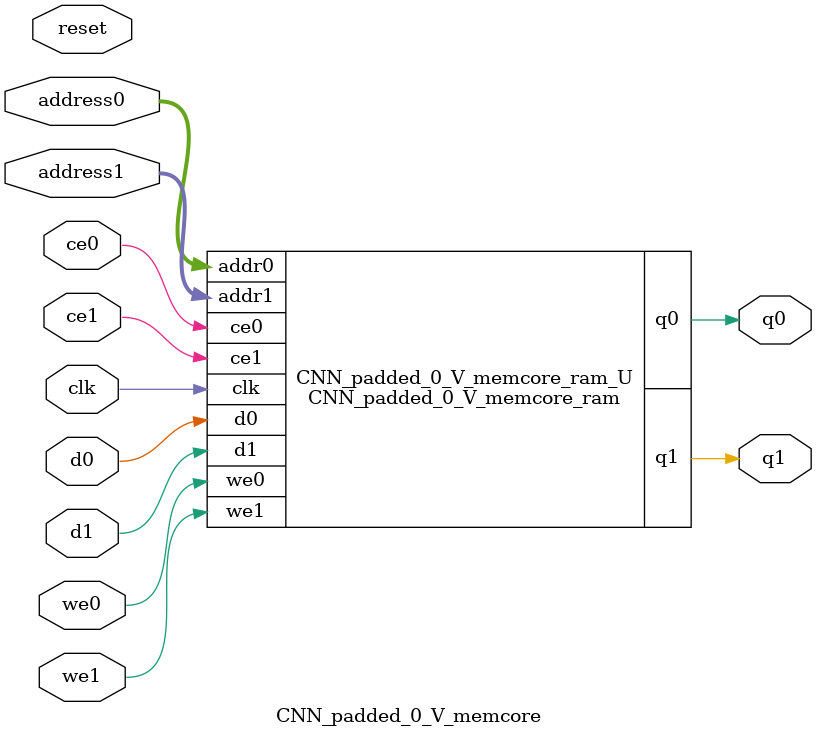
<source format=v>

`timescale 1 ns / 1 ps
module CNN_padded_0_V_memcore_ram (addr0, ce0, d0, we0, q0, addr1, ce1, d1, we1, q1,  clk);

parameter DWIDTH = 1;
parameter AWIDTH = 5;
parameter MEM_SIZE = 30;

input[AWIDTH-1:0] addr0;
input ce0;
input[DWIDTH-1:0] d0;
input we0;
output reg[DWIDTH-1:0] q0;
input[AWIDTH-1:0] addr1;
input ce1;
input[DWIDTH-1:0] d1;
input we1;
output reg[DWIDTH-1:0] q1;
input clk;

(* ram_style = "block" *)reg [DWIDTH-1:0] ram[0:MEM_SIZE-1];




always @(posedge clk)  
begin 
    if (ce0) 
    begin
        if (we0) 
        begin 
            ram[addr0] <= d0; 
            q0 <= d0;
        end 
        else 
            q0 <= ram[addr0];
    end
end


always @(posedge clk)  
begin 
    if (ce1) 
    begin
        if (we1) 
        begin 
            ram[addr1] <= d1; 
            q1 <= d1;
        end 
        else 
            q1 <= ram[addr1];
    end
end


endmodule


`timescale 1 ns / 1 ps
module CNN_padded_0_V_memcore(
    reset,
    clk,
    address0,
    ce0,
    we0,
    d0,
    q0,
    address1,
    ce1,
    we1,
    d1,
    q1);

parameter DataWidth = 32'd1;
parameter AddressRange = 32'd30;
parameter AddressWidth = 32'd5;
input reset;
input clk;
input[AddressWidth - 1:0] address0;
input ce0;
input we0;
input[DataWidth - 1:0] d0;
output[DataWidth - 1:0] q0;
input[AddressWidth - 1:0] address1;
input ce1;
input we1;
input[DataWidth - 1:0] d1;
output[DataWidth - 1:0] q1;



CNN_padded_0_V_memcore_ram CNN_padded_0_V_memcore_ram_U(
    .clk( clk ),
    .addr0( address0 ),
    .ce0( ce0 ),
    .we0( we0 ),
    .d0( d0 ),
    .q0( q0 ),
    .addr1( address1 ),
    .ce1( ce1 ),
    .we1( we1 ),
    .d1( d1 ),
    .q1( q1 ));

endmodule


</source>
